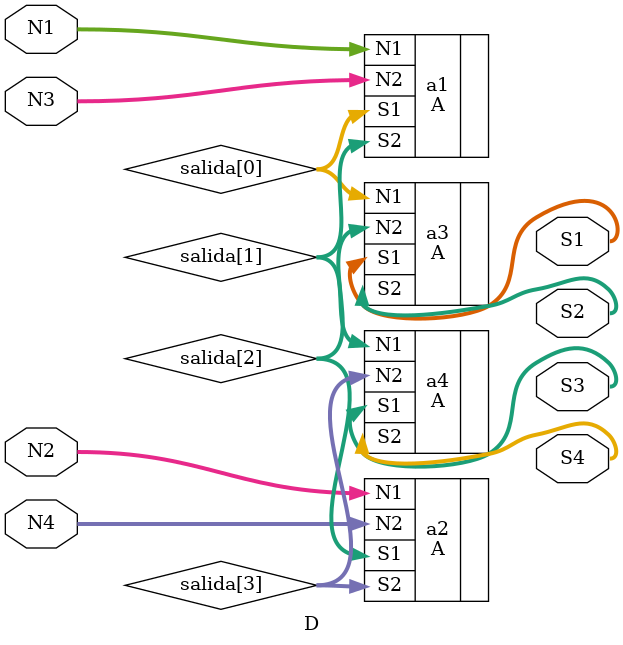
<source format=v>
module D(N1,N2,N3,N4,S1,S2,S3,S4);
input[7:0] N1;
input[7:0] N2;
input[7:0] N3;
input[7:0] N4;
output[7:0] S1;
output[7:0] S2;
output[7:0] S3;
output[7:0] S4;

wire [7:0] salida[3:0];

A a1(
.N1(N1),
.N2(N3),
.S1(salida[0]),
.S2(salida[1])
);

A a2(
.N1(N2),
.N2(N4),
.S1(salida[2]),
.S2(salida[3])
);

A a3(
.N1(salida[0]),
.N2(salida[2]),
.S1(S1),
.S2(S2)
);

A a4(
.N1(salida[1]),
.N2(salida[3]),
.S1(S3),
.S2(S4)
);

endmodule

</source>
